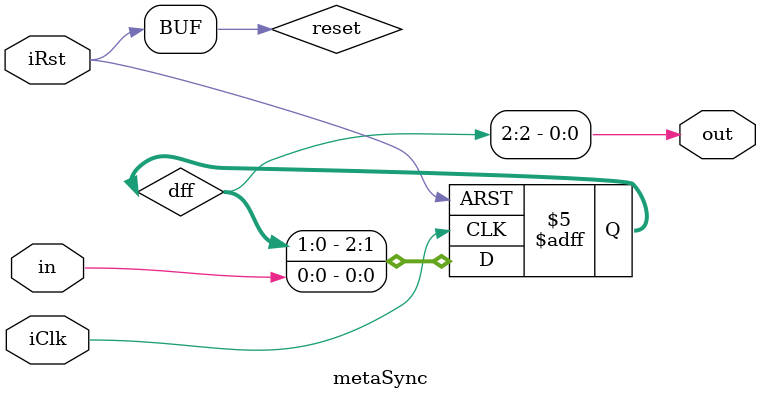
<source format=v>

module metaSync (iClk, iRst,in,out);
parameter pSTAGE = 3;
parameter pRSTVAL = 1'b0;
parameter pRESET = 1'b0;
input iClk;
input in;
input iRst;
output out;

reg [pSTAGE-1:0] dff;
integer I;
wire reset;

assign reset = iRst^pRESET;

always@(posedge iClk or posedge iRst)
  if (iRst)
    begin 
      for(I=0;I<pSTAGE;I=I+1)
      begin 
        dff[I] <= pRSTVAL;
      end
    end 
  else 
    begin 
      dff <= {dff[pSTAGE-2:0], in};  
    end
  

  assign out = dff[pSTAGE-1];
endmodule 

</source>
